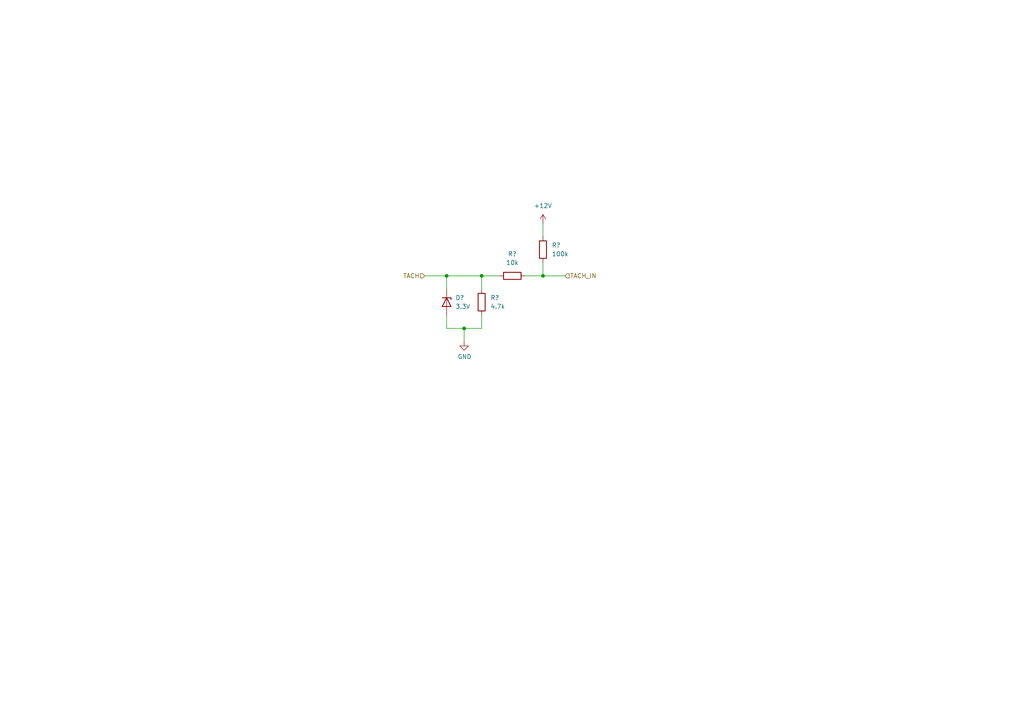
<source format=kicad_sch>
(kicad_sch (version 20230121) (generator eeschema)
  (paper "A4")
  (lib_symbols
    (symbol "Device:D_Zener" (pin_numbers hide) (pin_names (offset 1.016) hide)
      (property "Reference" "D" (at 0 2.54 0))
      (property "Value" "D_Zener" (at 0 -2.54 0))
      (symbol "D_Zener_0_1"
        (polyline (pts (xy 1.27 0) (xy -1.27 0)))
        (polyline (pts (xy -1.27 -1.27) (xy -1.27 1.27) (xy -0.762 1.27)) (stroke (width 0.254)))
        (polyline (pts (xy 1.27 -1.27) (xy 1.27 1.27) (xy -1.27 0) (xy 1.27 -1.27)) (stroke (width 0.254)))
      )
      (symbol "D_Zener_1_1"
        (pin passive line (at -3.81 0 0) (length 2.54) (name "K") (number "1"))
        (pin passive line (at 3.81 0 180) (length 2.54) (name "A") (number "2"))
      )
    )
    (symbol "Device:R" (pin_numbers hide) (pin_names (offset 0))
      (property "Reference" "R" (at 2.032 0 90))
      (property "Value" "R" (at 0 0 90))
      (symbol "R_0_1"
        (rectangle (start -1.016 -2.54) (end 1.016 2.54) (stroke (width 0.254)))
      )
      (symbol "R_1_1"
        (pin passive line (at 0 3.81 270) (length 1.27) (name "~") (number "1"))
        (pin passive line (at 0 -3.81 90) (length 1.27) (name "~") (number "2"))
      )
    )
    (symbol "power:+12V" (power) (pin_names (offset 0))
      (property "Value" "+12V" (at 0 3.556 0))
      (symbol "+12V_0_1"
        (polyline (pts (xy -0.762 1.27) (xy 0 2.54)))
        (polyline (pts (xy 0 0) (xy 0 2.54)))
        (polyline (pts (xy 0 2.54) (xy 0.762 1.27)))
      )
      (symbol "+12V_1_1"
        (pin power_in line (at 0 0 90) (length 0) hide (name "+12V") (number "1"))
      )
    )
    (symbol "power:GND" (power) (pin_names (offset 0))
      (property "Value" "GND" (at 0 -3.81 0))
      (symbol "GND_0_1"
        (polyline (pts (xy 0 0) (xy 0 -1.27) (xy 1.27 -1.27) (xy 0 -2.54) (xy -1.27 -1.27) (xy 0 -1.27)))
      )
      (symbol "GND_1_1"
        (pin power_in line (at 0 0 270) (length 0) hide (name "GND") (number "1"))
      )
    )
  )
  (junction (at 134.62 95.25))
  (junction (at 139.7 80.01))
  (junction (at 157.48 80.01))
  (junction (at 129.54 80.01))
  (wire (pts (xy 129.54 80.01) (xy 139.7 80.01)))
  (wire (pts (xy 123.19 80.01) (xy 129.54 80.01)))
  (wire (pts (xy 139.7 80.01) (xy 144.78 80.01)))
  (wire (pts (xy 129.54 95.25) (xy 134.62 95.25)))
  (wire (pts (xy 152.4 80.01) (xy 157.48 80.01)))
  (wire (pts (xy 139.7 95.25) (xy 139.7 91.44)))
  (wire (pts (xy 157.48 80.01) (xy 163.83 80.01)))
  (wire (pts (xy 129.54 80.01) (xy 129.54 83.82)))
  (wire (pts (xy 157.48 76.2) (xy 157.48 80.01)))
  (wire (pts (xy 157.48 64.77) (xy 157.48 68.58)))
  (wire (pts (xy 134.62 95.25) (xy 134.62 99.06)))
  (wire (pts (xy 139.7 80.01) (xy 139.7 83.82)))
  (wire (pts (xy 134.62 95.25) (xy 139.7 95.25)))
  (wire (pts (xy 129.54 91.44) (xy 129.54 95.25)))
  (hierarchical_label "TACH" (shape input) (at 123.19 80.01 180))
  (hierarchical_label "TACH_IN" (shape input) (at 163.83 80.01 0))
  (symbol (lib_id "Device:R") (at 157.48 72.39 0) (unit 1)
    (property "Reference" "R?" (at 160.02 71.12 0) (effects (justify left)))
    (property "Value" "100k" (at 160.02 73.66 0) (effects (justify left)))
    (property "Footprint" "Resistor_SMD:R_0805_2012Metric" (effects hide))
    (property "Datasheet" "https://www.mouser.com/ProductDetail/603-RT0603FRE0710KL" (effects hide))
    (property "P/N" "RT0603FRE0710KL " (effects hide))
    (instances (project "BPS-LeaderDaughter" (path "" (reference "R?") (unit 1)) (path "" (reference "R15") (unit 1)) (path "" (reference "R26") (unit 1)) (path "" (reference "R29") (unit 1)) (path "" (reference "R32") (unit 1))))
  )
  (symbol (lib_id "Device:R") (at 148.59 80.01 90) (unit 1)
    (property "Reference" "R?" (at 148.59 73.66 90))
    (property "Value" "10k" (at 148.59 76.2 90))
    (property "Footprint" "Resistor_SMD:R_0805_2012Metric" (effects hide))
    (property "Datasheet" "https://www.mouser.com/ProductDetail/603-RT0603FRE0710KL" (effects hide))
    (property "P/N" "RT0603FRE0710KL " (effects hide))
    (instances (project "BPS-LeaderDaughter" (path "" (reference "R?") (unit 1)) (path "" (reference "R14") (unit 1)) (path "" (reference "R25") (unit 1)) (path "" (reference "R28") (unit 1)) (path "" (reference "R31") (unit 1))))
  )
  (symbol (lib_id "power:GND") (at 134.62 99.06 0) (unit 1)
    (property "Reference" "#PWR?" (effects hide))
    (property "Value" "GND" (at 134.747 103.4542 0))
    (instances (project "BPS-LeaderDaughter" (path "" (reference "#PWR?") (unit 1)) (path "" (reference "#PWR?") (unit 1)) (path "" (reference "#PWR?") (unit 1)) (path "" (reference "#PWR0117") (unit 1)) (path "" (reference "#PWR084") (unit 1)) (path "" (reference "#PWR086") (unit 1)) (path "" (reference "#PWR088") (unit 1))) (project "BPS-Leader" (path "" (reference "#PWR?") (unit 1))))
  )
  (symbol (lib_id "Device:D_Zener") (at 129.54 87.63 270) (unit 1)
    (property "Reference" "D?" (at 132.08 86.36 90) (effects (justify left)))
    (property "Value" "3.3V" (at 132.08 88.9 90) (effects (justify left)))
    (property "Footprint" "Diode_SMD:D_SOD-323" (effects hide))
    (property "Datasheet" "https://www.mouser.com/datasheet/2/308/1/MM3Z2V4T1_D-2316321.pdf" (effects hide))
    (property "P/N" "SZMM3Z3V3T1G" (effects hide))
    (instances (project "BPS-LeaderDaughter" (path "" (reference "D?") (unit 1)) (path "" (reference "D15") (unit 1)) (path "" (reference "D16") (unit 1)) (path "" (reference "D17") (unit 1)) (path "" (reference "D18") (unit 1))))
  )
  (symbol (lib_id "Device:R") (at 139.7 87.63 0) (unit 1)
    (property "Reference" "R?" (at 142.24 86.36 0) (effects (justify left)))
    (property "Value" "4.7k" (at 142.24 88.9 0) (effects (justify left)))
    (property "Footprint" "Resistor_SMD:R_0805_2012Metric" (effects hide))
    (property "Datasheet" "https://www.mouser.com/ProductDetail/603-RT0603FRE074K7L" (effects hide))
    (property "P/N" "RT0603FRE074K7L " (effects hide))
    (instances (project "BPS-LeaderDaughter" (path "" (reference "R?") (unit 1)) (path "" (reference "R13") (unit 1)) (path "" (reference "R24") (unit 1)) (path "" (reference "R27") (unit 1)) (path "" (reference "R30") (unit 1))))
  )
  (symbol (lib_id "power:+12V") (at 157.48 64.77 0) (unit 1)
    (property "Reference" "#PWR?" (effects hide))
    (property "Value" "+12V" (at 157.48 59.69 0))
    (instances (project "BPS-LeaderDaughter" (path "" (reference "#PWR?") (unit 1)) (path "" (reference "#PWR0118") (unit 1)) (path "" (reference "#PWR085") (unit 1)) (path "" (reference "#PWR087") (unit 1)) (path "" (reference "#PWR089") (unit 1))))
  )
)
</source>
